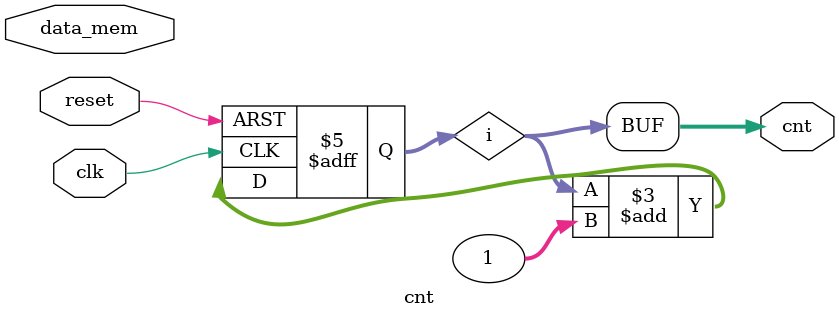
<source format=v>
`timescale 1ns / 1ps


module cnt(reset,clk,data_mem,cnt);
input reset,clk;
input [31:0]data_mem;
output [31:0]cnt;

integer i=0;
always@(posedge clk or negedge reset)
if(!reset)begin
i=0;
end
else begin
i=i+1;
end

assign cnt = i;
endmodule

</source>
